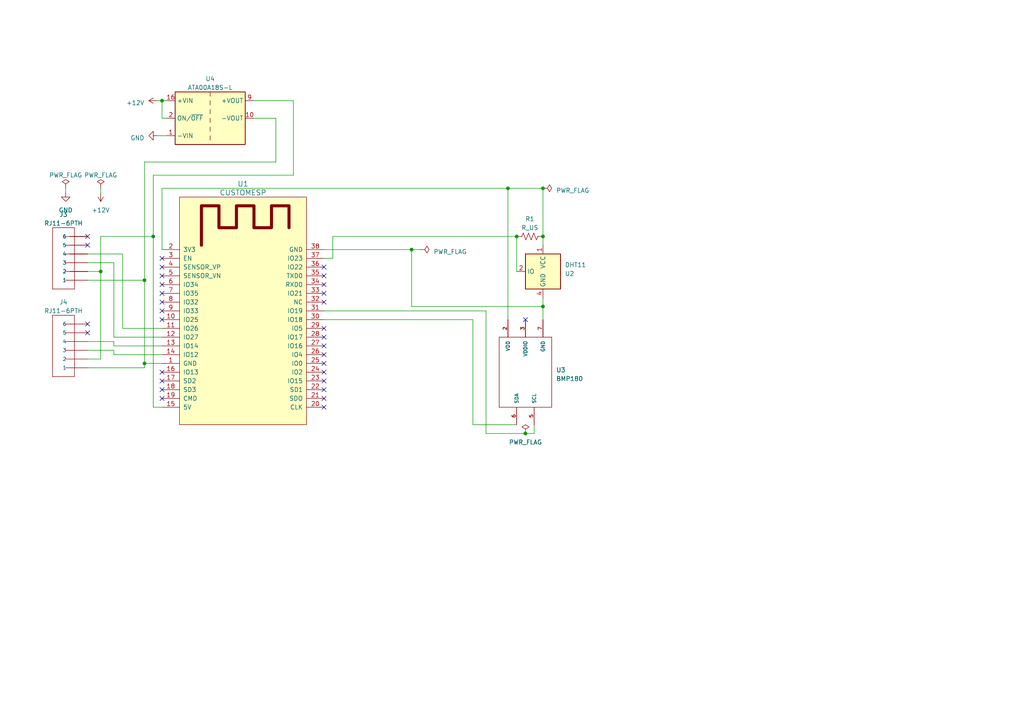
<source format=kicad_sch>
(kicad_sch (version 20230121) (generator eeschema)

  (uuid 09e8582c-67bd-4fb7-b796-8f76d84ae0c9)

  (paper "A4")

  (lib_symbols
    (symbol "Converter_DCDC:ATA00A18S-L" (in_bom yes) (on_board yes)
      (property "Reference" "U" (at 0 11.43 0)
        (effects (font (size 1.27 1.27)))
      )
      (property "Value" "ATA00A18S-L" (at 0 8.89 0)
        (effects (font (size 1.27 1.27)))
      )
      (property "Footprint" "Converter_DCDC:Converter_DCDC_Artesyn_ATA_SMD" (at 0 -8.89 0)
        (effects (font (size 1.27 1.27) italic) hide)
      )
      (property "Datasheet" "https://www.artesyn.com/power/assets/ata_series_ds_01apr2015_79c25814fd.pdf" (at 0 -11.43 0)
        (effects (font (size 1.27 1.27)) hide)
      )
      (property "ki_keywords" "DC/DC converter single" (at 0 0 0)
        (effects (font (size 1.27 1.27)) hide)
      )
      (property "ki_description" "Artesyn 3W Isolated DC/DC Converter Module, 5V Output Voltage, 9-36V Input Voltage" (at 0 0 0)
        (effects (font (size 1.27 1.27)) hide)
      )
      (property "ki_fp_filters" "*Artesyn*ATA*SMD*" (at 0 0 0)
        (effects (font (size 1.27 1.27)) hide)
      )
      (symbol "ATA00A18S-L_0_1"
        (rectangle (start -10.16 7.62) (end 10.16 -7.62)
          (stroke (width 0.254) (type default))
          (fill (type background))
        )
        (polyline
          (pts
            (xy 0 -5.08)
            (xy 0 -6.35)
          )
          (stroke (width 0) (type default))
          (fill (type none))
        )
        (polyline
          (pts
            (xy 0 -2.54)
            (xy 0 -3.81)
          )
          (stroke (width 0) (type default))
          (fill (type none))
        )
        (polyline
          (pts
            (xy 0 0)
            (xy 0 -1.27)
          )
          (stroke (width 0) (type default))
          (fill (type none))
        )
        (polyline
          (pts
            (xy 0 2.54)
            (xy 0 1.27)
          )
          (stroke (width 0) (type default))
          (fill (type none))
        )
        (polyline
          (pts
            (xy 0 5.08)
            (xy 0 3.81)
          )
          (stroke (width 0) (type default))
          (fill (type none))
        )
        (polyline
          (pts
            (xy 0 7.62)
            (xy 0 6.35)
          )
          (stroke (width 0) (type default))
          (fill (type none))
        )
      )
      (symbol "ATA00A18S-L_1_1"
        (pin power_in line (at -12.7 -5.08 0) (length 2.54)
          (name "-VIN" (effects (font (size 1.27 1.27))))
          (number "1" (effects (font (size 1.27 1.27))))
        )
        (pin power_out line (at 12.7 0 180) (length 2.54)
          (name "-VOUT" (effects (font (size 1.27 1.27))))
          (number "10" (effects (font (size 1.27 1.27))))
        )
        (pin power_in line (at -12.7 5.08 0) (length 2.54)
          (name "+VIN" (effects (font (size 1.27 1.27))))
          (number "16" (effects (font (size 1.27 1.27))))
        )
        (pin input line (at -12.7 0 0) (length 2.54)
          (name "ON/~{OFF}" (effects (font (size 1.27 1.27))))
          (number "2" (effects (font (size 1.27 1.27))))
        )
        (pin no_connect line (at 10.16 -2.54 180) (length 2.54) hide
          (name "NC" (effects (font (size 1.27 1.27))))
          (number "7" (effects (font (size 1.27 1.27))))
        )
        (pin no_connect line (at 10.16 -5.08 180) (length 2.54) hide
          (name "NC" (effects (font (size 1.27 1.27))))
          (number "8" (effects (font (size 1.27 1.27))))
        )
        (pin power_out line (at 12.7 5.08 180) (length 2.54)
          (name "+VOUT" (effects (font (size 1.27 1.27))))
          (number "9" (effects (font (size 1.27 1.27))))
        )
      )
    )
    (symbol "Device:R_US" (pin_numbers hide) (pin_names (offset 0)) (in_bom yes) (on_board yes)
      (property "Reference" "R" (at 2.54 0 90)
        (effects (font (size 1.27 1.27)))
      )
      (property "Value" "R_US" (at -2.54 0 90)
        (effects (font (size 1.27 1.27)))
      )
      (property "Footprint" "" (at 1.016 -0.254 90)
        (effects (font (size 1.27 1.27)) hide)
      )
      (property "Datasheet" "~" (at 0 0 0)
        (effects (font (size 1.27 1.27)) hide)
      )
      (property "ki_keywords" "R res resistor" (at 0 0 0)
        (effects (font (size 1.27 1.27)) hide)
      )
      (property "ki_description" "Resistor, US symbol" (at 0 0 0)
        (effects (font (size 1.27 1.27)) hide)
      )
      (property "ki_fp_filters" "R_*" (at 0 0 0)
        (effects (font (size 1.27 1.27)) hide)
      )
      (symbol "R_US_0_1"
        (polyline
          (pts
            (xy 0 -2.286)
            (xy 0 -2.54)
          )
          (stroke (width 0) (type default))
          (fill (type none))
        )
        (polyline
          (pts
            (xy 0 2.286)
            (xy 0 2.54)
          )
          (stroke (width 0) (type default))
          (fill (type none))
        )
        (polyline
          (pts
            (xy 0 -0.762)
            (xy 1.016 -1.143)
            (xy 0 -1.524)
            (xy -1.016 -1.905)
            (xy 0 -2.286)
          )
          (stroke (width 0) (type default))
          (fill (type none))
        )
        (polyline
          (pts
            (xy 0 0.762)
            (xy 1.016 0.381)
            (xy 0 0)
            (xy -1.016 -0.381)
            (xy 0 -0.762)
          )
          (stroke (width 0) (type default))
          (fill (type none))
        )
        (polyline
          (pts
            (xy 0 2.286)
            (xy 1.016 1.905)
            (xy 0 1.524)
            (xy -1.016 1.143)
            (xy 0 0.762)
          )
          (stroke (width 0) (type default))
          (fill (type none))
        )
      )
      (symbol "R_US_1_1"
        (pin passive line (at 0 3.81 270) (length 1.27)
          (name "~" (effects (font (size 1.27 1.27))))
          (number "1" (effects (font (size 1.27 1.27))))
        )
        (pin passive line (at 0 -3.81 90) (length 1.27)
          (name "~" (effects (font (size 1.27 1.27))))
          (number "2" (effects (font (size 1.27 1.27))))
        )
      )
    )
    (symbol "Sensor:DHT11" (in_bom yes) (on_board yes)
      (property "Reference" "U" (at -3.81 6.35 0)
        (effects (font (size 1.27 1.27)))
      )
      (property "Value" "DHT11" (at 3.81 6.35 0)
        (effects (font (size 1.27 1.27)))
      )
      (property "Footprint" "Sensor:Aosong_DHT11_5.5x12.0_P2.54mm" (at 0 -10.16 0)
        (effects (font (size 1.27 1.27)) hide)
      )
      (property "Datasheet" "http://akizukidenshi.com/download/ds/aosong/DHT11.pdf" (at 3.81 6.35 0)
        (effects (font (size 1.27 1.27)) hide)
      )
      (property "ki_keywords" "Digital temperature humidity sensor" (at 0 0 0)
        (effects (font (size 1.27 1.27)) hide)
      )
      (property "ki_description" "Temperature and humidity module" (at 0 0 0)
        (effects (font (size 1.27 1.27)) hide)
      )
      (property "ki_fp_filters" "Aosong*DHT11*5.5x12.0*P2.54mm*" (at 0 0 0)
        (effects (font (size 1.27 1.27)) hide)
      )
      (symbol "DHT11_0_1"
        (rectangle (start -5.08 5.08) (end 5.08 -5.08)
          (stroke (width 0.254) (type default))
          (fill (type background))
        )
      )
      (symbol "DHT11_1_1"
        (pin power_in line (at 0 7.62 270) (length 2.54)
          (name "VCC" (effects (font (size 1.27 1.27))))
          (number "1" (effects (font (size 1.27 1.27))))
        )
        (pin bidirectional line (at 7.62 0 180) (length 2.54)
          (name "IO" (effects (font (size 1.27 1.27))))
          (number "2" (effects (font (size 1.27 1.27))))
        )
        (pin no_connect line (at -5.08 0 0) (length 2.54) hide
          (name "NC" (effects (font (size 1.27 1.27))))
          (number "3" (effects (font (size 1.27 1.27))))
        )
        (pin power_in line (at 0 -7.62 90) (length 2.54)
          (name "GND" (effects (font (size 1.27 1.27))))
          (number "4" (effects (font (size 1.27 1.27))))
        )
      )
    )
    (symbol "connectori:RJ11-6PTH" (pin_numbers hide) (pin_names (offset 1.016)) (in_bom yes) (on_board yes)
      (property "Reference" "J" (at -5.08 10.922 0)
        (effects (font (size 1.27 1.27)) (justify left bottom))
      )
      (property "Value" "RJ11-6PTH" (at -5.08 -10.16 0)
        (effects (font (size 1.27 1.27)) (justify left bottom))
      )
      (property "Footprint" "RJ11-6" (at 0.762 3.81 0)
        (effects (font (size 0.508 0.508)) hide)
      )
      (property "Datasheet" "" (at 0 0 0)
        (effects (font (size 1.524 1.524)))
      )
      (property "ki_locked" "" (at 0 0 0)
        (effects (font (size 1.27 1.27)))
      )
      (property "ki_fp_filters" "*RJ11-6*" (at 0 0 0)
        (effects (font (size 1.27 1.27)) hide)
      )
      (symbol "RJ11-6PTH_1_0"
        (polyline
          (pts
            (xy -5.08 10.16)
            (xy -5.08 -7.62)
          )
          (stroke (width 0) (type solid))
          (fill (type none))
        )
        (polyline
          (pts
            (xy -5.08 10.16)
            (xy 1.27 10.16)
          )
          (stroke (width 0) (type solid))
          (fill (type none))
        )
        (polyline
          (pts
            (xy -1.27 -5.08)
            (xy 0 -5.08)
          )
          (stroke (width 0) (type solid))
          (fill (type none))
        )
        (polyline
          (pts
            (xy -1.27 -2.54)
            (xy 0 -2.54)
          )
          (stroke (width 0) (type solid))
          (fill (type none))
        )
        (polyline
          (pts
            (xy -1.27 0)
            (xy 0 0)
          )
          (stroke (width 0) (type solid))
          (fill (type none))
        )
        (polyline
          (pts
            (xy -1.27 2.54)
            (xy 0 2.54)
          )
          (stroke (width 0) (type solid))
          (fill (type none))
        )
        (polyline
          (pts
            (xy -1.27 5.08)
            (xy 0 5.08)
          )
          (stroke (width 0) (type solid))
          (fill (type none))
        )
        (polyline
          (pts
            (xy -1.27 7.62)
            (xy 0 7.62)
          )
          (stroke (width 0) (type solid))
          (fill (type none))
        )
        (polyline
          (pts
            (xy 1.27 -7.62)
            (xy -5.08 -7.62)
          )
          (stroke (width 0) (type solid))
          (fill (type none))
        )
        (polyline
          (pts
            (xy 1.27 -7.62)
            (xy 1.27 10.16)
          )
          (stroke (width 0) (type solid))
          (fill (type none))
        )
      )
      (symbol "RJ11-6PTH_1_1"
        (pin passive line (at 5.08 -5.08 180) (length 5.08)
          (name "1" (effects (font (size 1.016 1.016))))
          (number "1" (effects (font (size 1.016 1.016))))
        )
        (pin passive line (at 5.08 -2.54 180) (length 5.08)
          (name "2" (effects (font (size 1.016 1.016))))
          (number "2" (effects (font (size 1.016 1.016))))
        )
        (pin passive line (at 5.08 0 180) (length 5.08)
          (name "3" (effects (font (size 1.016 1.016))))
          (number "3" (effects (font (size 1.016 1.016))))
        )
        (pin passive line (at 5.08 2.54 180) (length 5.08)
          (name "4" (effects (font (size 1.016 1.016))))
          (number "4" (effects (font (size 1.016 1.016))))
        )
        (pin passive line (at 5.08 5.08 180) (length 5.08)
          (name "5" (effects (font (size 1.016 1.016))))
          (number "5" (effects (font (size 1.016 1.016))))
        )
        (pin passive line (at 5.08 7.62 180) (length 5.08)
          (name "6" (effects (font (size 1.016 1.016))))
          (number "6" (effects (font (size 1.016 1.016))))
        )
      )
    )
    (symbol "esp32s:CUSTOMESP" (pin_names (offset 1.016)) (in_bom yes) (on_board yes)
      (property "Reference" "U" (at -17.78 31.75 0)
        (effects (font (size 1.524 1.524)))
      )
      (property "Value" "CUSTOMESP" (at 12.7 31.75 0)
        (effects (font (size 1.524 1.524)))
      )
      (property "Footprint" "ESP32-footprints-Lib:ESP32-WROOM" (at 8.89 34.29 0)
        (effects (font (size 1.524 1.524)) hide)
      )
      (property "Datasheet" "" (at -11.43 11.43 0)
        (effects (font (size 1.524 1.524)) hide)
      )
      (symbol "CUSTOMESP_0_1"
        (rectangle (start -19.05 30.48) (end 17.78 -35.56)
          (stroke (width 0) (type solid))
          (fill (type background))
        )
        (polyline
          (pts
            (xy -12.7 16.51)
            (xy -12.7 27.94)
            (xy -7.62 27.94)
            (xy -7.62 21.59)
            (xy -2.54 21.59)
            (xy -2.54 27.94)
            (xy 2.54 27.94)
            (xy 2.54 21.59)
            (xy 7.62 21.59)
            (xy 7.62 27.94)
            (xy 12.7 27.94)
            (xy 12.7 21.59)
          )
          (stroke (width 0.889) (type solid))
          (fill (type none))
        )
      )
      (symbol "CUSTOMESP_1_1"
        (pin input line (at -24.13 -17.78 0) (length 5.08)
          (name "GND" (effects (font (size 1.27 1.27))))
          (number "1" (effects (font (size 1.27 1.27))))
        )
        (pin input line (at -24.13 -5.08 0) (length 5.08)
          (name "IO25" (effects (font (size 1.27 1.27))))
          (number "10" (effects (font (size 1.27 1.27))))
        )
        (pin input line (at -24.13 -7.62 0) (length 5.08)
          (name "IO26" (effects (font (size 1.27 1.27))))
          (number "11" (effects (font (size 1.27 1.27))))
        )
        (pin input line (at -24.13 -10.16 0) (length 5.08)
          (name "IO27" (effects (font (size 1.27 1.27))))
          (number "12" (effects (font (size 1.27 1.27))))
        )
        (pin input line (at -24.13 -12.7 0) (length 5.08)
          (name "IO14" (effects (font (size 1.27 1.27))))
          (number "13" (effects (font (size 1.27 1.27))))
        )
        (pin input line (at -24.13 -15.24 0) (length 5.08)
          (name "IO12" (effects (font (size 1.27 1.27))))
          (number "14" (effects (font (size 1.27 1.27))))
        )
        (pin input line (at -24.13 -30.48 0) (length 5.08)
          (name "5V" (effects (font (size 1.27 1.27))))
          (number "15" (effects (font (size 1.27 1.27))))
        )
        (pin input line (at -24.13 -20.32 0) (length 5.08)
          (name "IO13" (effects (font (size 1.27 1.27))))
          (number "16" (effects (font (size 1.27 1.27))))
        )
        (pin input line (at -24.13 -22.86 0) (length 5.08)
          (name "SD2" (effects (font (size 1.27 1.27))))
          (number "17" (effects (font (size 1.27 1.27))))
        )
        (pin input line (at -24.13 -25.4 0) (length 5.08)
          (name "SD3" (effects (font (size 1.27 1.27))))
          (number "18" (effects (font (size 1.27 1.27))))
        )
        (pin input line (at -24.13 -27.94 0) (length 5.08)
          (name "CMD" (effects (font (size 1.27 1.27))))
          (number "19" (effects (font (size 1.27 1.27))))
        )
        (pin input line (at -24.13 15.24 0) (length 5.08)
          (name "3V3" (effects (font (size 1.27 1.27))))
          (number "2" (effects (font (size 1.27 1.27))))
        )
        (pin input line (at 22.86 -30.48 180) (length 5.08)
          (name "CLK" (effects (font (size 1.27 1.27))))
          (number "20" (effects (font (size 1.27 1.27))))
        )
        (pin input line (at 22.86 -27.94 180) (length 5.08)
          (name "SDO" (effects (font (size 1.27 1.27))))
          (number "21" (effects (font (size 1.27 1.27))))
        )
        (pin input line (at 22.86 -25.4 180) (length 5.08)
          (name "SD1" (effects (font (size 1.27 1.27))))
          (number "22" (effects (font (size 1.27 1.27))))
        )
        (pin input line (at 22.86 -22.86 180) (length 5.08)
          (name "IO15" (effects (font (size 1.27 1.27))))
          (number "23" (effects (font (size 1.27 1.27))))
        )
        (pin input line (at 22.86 -20.32 180) (length 5.08)
          (name "IO2" (effects (font (size 1.27 1.27))))
          (number "24" (effects (font (size 1.27 1.27))))
        )
        (pin input line (at 22.86 -17.78 180) (length 5.08)
          (name "IO0" (effects (font (size 1.27 1.27))))
          (number "25" (effects (font (size 1.27 1.27))))
        )
        (pin input line (at 22.86 -15.24 180) (length 5.08)
          (name "IO4" (effects (font (size 1.27 1.27))))
          (number "26" (effects (font (size 1.27 1.27))))
        )
        (pin input line (at 22.86 -12.7 180) (length 5.08)
          (name "IO16" (effects (font (size 1.27 1.27))))
          (number "27" (effects (font (size 1.27 1.27))))
        )
        (pin input line (at 22.86 -10.16 180) (length 5.08)
          (name "IO17" (effects (font (size 1.27 1.27))))
          (number "28" (effects (font (size 1.27 1.27))))
        )
        (pin input line (at 22.86 -7.62 180) (length 5.08)
          (name "IO5" (effects (font (size 1.27 1.27))))
          (number "29" (effects (font (size 1.27 1.27))))
        )
        (pin input line (at -24.13 12.7 0) (length 5.08)
          (name "EN" (effects (font (size 1.27 1.27))))
          (number "3" (effects (font (size 1.27 1.27))))
        )
        (pin input line (at 22.86 -5.08 180) (length 5.08)
          (name "IO18" (effects (font (size 1.27 1.27))))
          (number "30" (effects (font (size 1.27 1.27))))
        )
        (pin input line (at 22.86 -2.54 180) (length 5.08)
          (name "IO19" (effects (font (size 1.27 1.27))))
          (number "31" (effects (font (size 1.27 1.27))))
        )
        (pin input line (at 22.86 0 180) (length 5.08)
          (name "NC" (effects (font (size 1.27 1.27))))
          (number "32" (effects (font (size 1.27 1.27))))
        )
        (pin input line (at 22.86 2.54 180) (length 5.08)
          (name "IO21" (effects (font (size 1.27 1.27))))
          (number "33" (effects (font (size 1.27 1.27))))
        )
        (pin input line (at 22.86 5.08 180) (length 5.08)
          (name "RXD0" (effects (font (size 1.27 1.27))))
          (number "34" (effects (font (size 1.27 1.27))))
        )
        (pin input line (at 22.86 7.62 180) (length 5.08)
          (name "TXD0" (effects (font (size 1.27 1.27))))
          (number "35" (effects (font (size 1.27 1.27))))
        )
        (pin input line (at 22.86 10.16 180) (length 5.08)
          (name "IO22" (effects (font (size 1.27 1.27))))
          (number "36" (effects (font (size 1.27 1.27))))
        )
        (pin input line (at 22.86 12.7 180) (length 5.08)
          (name "IO23" (effects (font (size 1.27 1.27))))
          (number "37" (effects (font (size 1.27 1.27))))
        )
        (pin input line (at 22.86 15.24 180) (length 5.08)
          (name "GND" (effects (font (size 1.27 1.27))))
          (number "38" (effects (font (size 1.27 1.27))))
        )
        (pin input line (at -24.13 10.16 0) (length 5.08)
          (name "SENSOR_VP" (effects (font (size 1.27 1.27))))
          (number "4" (effects (font (size 1.27 1.27))))
        )
        (pin input line (at -24.13 7.62 0) (length 5.08)
          (name "SENSOR_VN" (effects (font (size 1.27 1.27))))
          (number "5" (effects (font (size 1.27 1.27))))
        )
        (pin input line (at -24.13 5.08 0) (length 5.08)
          (name "IO34" (effects (font (size 1.27 1.27))))
          (number "6" (effects (font (size 1.27 1.27))))
        )
        (pin input line (at -24.13 2.54 0) (length 5.08)
          (name "IO35" (effects (font (size 1.27 1.27))))
          (number "7" (effects (font (size 1.27 1.27))))
        )
        (pin input line (at -24.13 0 0) (length 5.08)
          (name "IO32" (effects (font (size 1.27 1.27))))
          (number "8" (effects (font (size 1.27 1.27))))
        )
        (pin input line (at -24.13 -2.54 0) (length 5.08)
          (name "IO33" (effects (font (size 1.27 1.27))))
          (number "9" (effects (font (size 1.27 1.27))))
        )
      )
    )
    (symbol "power:+12V" (power) (pin_names (offset 0)) (in_bom yes) (on_board yes)
      (property "Reference" "#PWR" (at 0 -3.81 0)
        (effects (font (size 1.27 1.27)) hide)
      )
      (property "Value" "+12V" (at 0 3.556 0)
        (effects (font (size 1.27 1.27)))
      )
      (property "Footprint" "" (at 0 0 0)
        (effects (font (size 1.27 1.27)) hide)
      )
      (property "Datasheet" "" (at 0 0 0)
        (effects (font (size 1.27 1.27)) hide)
      )
      (property "ki_keywords" "global power" (at 0 0 0)
        (effects (font (size 1.27 1.27)) hide)
      )
      (property "ki_description" "Power symbol creates a global label with name \"+12V\"" (at 0 0 0)
        (effects (font (size 1.27 1.27)) hide)
      )
      (symbol "+12V_0_1"
        (polyline
          (pts
            (xy -0.762 1.27)
            (xy 0 2.54)
          )
          (stroke (width 0) (type default))
          (fill (type none))
        )
        (polyline
          (pts
            (xy 0 0)
            (xy 0 2.54)
          )
          (stroke (width 0) (type default))
          (fill (type none))
        )
        (polyline
          (pts
            (xy 0 2.54)
            (xy 0.762 1.27)
          )
          (stroke (width 0) (type default))
          (fill (type none))
        )
      )
      (symbol "+12V_1_1"
        (pin power_in line (at 0 0 90) (length 0) hide
          (name "+12V" (effects (font (size 1.27 1.27))))
          (number "1" (effects (font (size 1.27 1.27))))
        )
      )
    )
    (symbol "power:GND" (power) (pin_names (offset 0)) (in_bom yes) (on_board yes)
      (property "Reference" "#PWR" (at 0 -6.35 0)
        (effects (font (size 1.27 1.27)) hide)
      )
      (property "Value" "GND" (at 0 -3.81 0)
        (effects (font (size 1.27 1.27)))
      )
      (property "Footprint" "" (at 0 0 0)
        (effects (font (size 1.27 1.27)) hide)
      )
      (property "Datasheet" "" (at 0 0 0)
        (effects (font (size 1.27 1.27)) hide)
      )
      (property "ki_keywords" "global power" (at 0 0 0)
        (effects (font (size 1.27 1.27)) hide)
      )
      (property "ki_description" "Power symbol creates a global label with name \"GND\" , ground" (at 0 0 0)
        (effects (font (size 1.27 1.27)) hide)
      )
      (symbol "GND_0_1"
        (polyline
          (pts
            (xy 0 0)
            (xy 0 -1.27)
            (xy 1.27 -1.27)
            (xy 0 -2.54)
            (xy -1.27 -1.27)
            (xy 0 -1.27)
          )
          (stroke (width 0) (type default))
          (fill (type none))
        )
      )
      (symbol "GND_1_1"
        (pin power_in line (at 0 0 270) (length 0) hide
          (name "GND" (effects (font (size 1.27 1.27))))
          (number "1" (effects (font (size 1.27 1.27))))
        )
      )
    )
    (symbol "power:PWR_FLAG" (power) (pin_numbers hide) (pin_names (offset 0) hide) (in_bom yes) (on_board yes)
      (property "Reference" "#FLG" (at 0 1.905 0)
        (effects (font (size 1.27 1.27)) hide)
      )
      (property "Value" "PWR_FLAG" (at 0 3.81 0)
        (effects (font (size 1.27 1.27)))
      )
      (property "Footprint" "" (at 0 0 0)
        (effects (font (size 1.27 1.27)) hide)
      )
      (property "Datasheet" "~" (at 0 0 0)
        (effects (font (size 1.27 1.27)) hide)
      )
      (property "ki_keywords" "flag power" (at 0 0 0)
        (effects (font (size 1.27 1.27)) hide)
      )
      (property "ki_description" "Special symbol for telling ERC where power comes from" (at 0 0 0)
        (effects (font (size 1.27 1.27)) hide)
      )
      (symbol "PWR_FLAG_0_0"
        (pin power_out line (at 0 0 90) (length 0)
          (name "pwr" (effects (font (size 1.27 1.27))))
          (number "1" (effects (font (size 1.27 1.27))))
        )
      )
      (symbol "PWR_FLAG_0_1"
        (polyline
          (pts
            (xy 0 0)
            (xy 0 1.27)
            (xy -1.016 1.905)
            (xy 0 2.54)
            (xy 1.016 1.905)
            (xy 0 1.27)
          )
          (stroke (width 0) (type default))
          (fill (type none))
        )
      )
    )
    (symbol "sensors:BMP180" (pin_names (offset 1.016)) (in_bom yes) (on_board yes)
      (property "Reference" "U" (at -10.16 8.255 0)
        (effects (font (size 1.27 1.27)) (justify left bottom))
      )
      (property "Value" "BMP180" (at -10.16 -10.16 0)
        (effects (font (size 1.27 1.27)) (justify left bottom))
      )
      (property "Footprint" "BMP180" (at 0.762 3.81 0)
        (effects (font (size 0.508 0.508)) hide)
      )
      (property "Datasheet" "" (at 0 0 0)
        (effects (font (size 1.27 1.27)) hide)
      )
      (property "ki_locked" "" (at 0 0 0)
        (effects (font (size 1.27 1.27)))
      )
      (property "ki_fp_filters" "*BMP180*" (at 0 0 0)
        (effects (font (size 1.27 1.27)) hide)
      )
      (symbol "BMP180_1_0"
        (polyline
          (pts
            (xy -10.16 -7.62)
            (xy 10.16 -7.62)
          )
          (stroke (width 0) (type solid))
          (fill (type none))
        )
        (polyline
          (pts
            (xy -10.16 7.62)
            (xy -10.16 -7.62)
          )
          (stroke (width 0) (type solid))
          (fill (type none))
        )
        (polyline
          (pts
            (xy 10.16 -7.62)
            (xy 10.16 7.62)
          )
          (stroke (width 0) (type solid))
          (fill (type none))
        )
        (polyline
          (pts
            (xy 10.16 7.62)
            (xy -10.16 7.62)
          )
          (stroke (width 0) (type solid))
          (fill (type none))
        )
      )
      (symbol "BMP180_1_1"
        (pin power_in line (at 15.24 5.08 180) (length 5.08)
          (name "VDD" (effects (font (size 1.016 1.016))))
          (number "2" (effects (font (size 1.016 1.016))))
        )
        (pin power_in line (at 15.24 0 180) (length 5.08)
          (name "VDDIO" (effects (font (size 1.016 1.016))))
          (number "3" (effects (font (size 1.016 1.016))))
        )
        (pin input line (at -15.24 -2.54 0) (length 5.08)
          (name "SCL" (effects (font (size 1.016 1.016))))
          (number "5" (effects (font (size 1.016 1.016))))
        )
        (pin bidirectional line (at -15.24 2.54 0) (length 5.08)
          (name "SDA" (effects (font (size 1.016 1.016))))
          (number "6" (effects (font (size 1.016 1.016))))
        )
        (pin power_in line (at 15.24 -5.08 180) (length 5.08)
          (name "GND" (effects (font (size 1.016 1.016))))
          (number "7" (effects (font (size 1.016 1.016))))
        )
      )
    )
  )


  (junction (at 41.91 81.28) (diameter 0) (color 0 0 0 0)
    (uuid 03abe47f-227f-4b65-af01-8d5fe376650b)
  )
  (junction (at 152.4 125.73) (diameter 0) (color 0 0 0 0)
    (uuid 1d234ce8-1d27-4d5a-978c-82443d010610)
  )
  (junction (at 157.48 88.9) (diameter 0) (color 0 0 0 0)
    (uuid 4acce0f0-e76f-4d87-a04b-71d47b4350d4)
  )
  (junction (at 147.32 54.61) (diameter 0) (color 0 0 0 0)
    (uuid 52e3dbe5-5f4f-4dc0-8b48-9a3490d0a13e)
  )
  (junction (at 41.91 105.41) (diameter 0) (color 0 0 0 0)
    (uuid 6713dfd6-9eaa-432d-ad35-ddbf6b8a5289)
  )
  (junction (at 149.86 68.58) (diameter 0) (color 0 0 0 0)
    (uuid 8dec0942-dc7b-4cfa-9d99-f61f308550cc)
  )
  (junction (at 46.99 29.21) (diameter 0) (color 0 0 0 0)
    (uuid a705eb38-c9b6-4cf7-a32a-2efcdfa5796e)
  )
  (junction (at 157.48 54.61) (diameter 0) (color 0 0 0 0)
    (uuid c2571596-1626-446d-99d1-9346f0c78f35)
  )
  (junction (at 157.48 68.58) (diameter 0) (color 0 0 0 0)
    (uuid cffd5e87-c74c-434e-81a9-c13267551a4d)
  )
  (junction (at 119.38 72.39) (diameter 0) (color 0 0 0 0)
    (uuid d098ba5a-f22f-4c96-8d7f-40eaff6c110d)
  )
  (junction (at 29.21 78.74) (diameter 0) (color 0 0 0 0)
    (uuid d4008b78-5949-46a7-beb2-0a937f00a917)
  )
  (junction (at 44.45 68.58) (diameter 0) (color 0 0 0 0)
    (uuid dadb6907-88b1-4aad-9f70-2fa5d921dfe8)
  )

  (no_connect (at 93.98 97.79) (uuid 0324c798-e8e3-4a9b-be64-1bbbb3a81c4d))
  (no_connect (at 25.4 93.98) (uuid 03340ecf-2440-4a6e-8e78-3ab4e99a98ec))
  (no_connect (at 25.4 96.52) (uuid 0a2f8cc0-5317-4d80-8a32-8a1bee5c2851))
  (no_connect (at 93.98 87.63) (uuid 0e2cfd1d-d982-46ef-9026-b13518af03c8))
  (no_connect (at 46.99 92.71) (uuid 0ec7acb8-9662-4cc6-8568-11b922a282d0))
  (no_connect (at 93.98 102.87) (uuid 15694a23-668f-40bf-830d-06f833f8acbe))
  (no_connect (at 93.98 118.11) (uuid 2d1ca794-1fbe-42ec-aa15-7d619ac94fb5))
  (no_connect (at 93.98 113.03) (uuid 36744de3-b821-487c-9fb0-fc87567b1c3b))
  (no_connect (at 46.99 110.49) (uuid 3c05b1bb-99d5-4b4a-85fb-4ed3a4cef0ab))
  (no_connect (at 46.99 90.17) (uuid 3ff1e01e-5c5d-4a6c-9ca4-56cd8a32b984))
  (no_connect (at 93.98 80.01) (uuid 547bf4c5-e43b-4799-8f57-1c4422935627))
  (no_connect (at 93.98 107.95) (uuid 67d7db39-6a55-4092-bdea-a9a9ccb42129))
  (no_connect (at 93.98 85.09) (uuid 6ac1aa9b-cd7f-4a55-abba-e839a50b14e3))
  (no_connect (at 25.4 68.58) (uuid 7891a7b2-0fb3-498e-8f72-5b1fff9bd1e9))
  (no_connect (at 93.98 77.47) (uuid 829a6ecd-660c-47c1-9fcb-d3cefa5761f7))
  (no_connect (at 93.98 105.41) (uuid 88680117-2959-49ab-88cf-e6a810ff7af0))
  (no_connect (at 46.99 80.01) (uuid 95250929-3ee6-4cd1-95fe-7cf2eb89497e))
  (no_connect (at 93.98 95.25) (uuid a843a2b5-2a81-46c9-bc63-411eebbfa2cc))
  (no_connect (at 46.99 107.95) (uuid a99ff9b1-7e67-417e-82d6-f5af037728ac))
  (no_connect (at 46.99 115.57) (uuid b753e93b-4450-4e06-8bf1-51e83a0c1373))
  (no_connect (at 25.4 71.12) (uuid b9437980-221a-49d4-9188-91c42f439be8))
  (no_connect (at 93.98 110.49) (uuid bcc138af-8f7b-436f-a419-3ffaffd767f3))
  (no_connect (at 46.99 74.93) (uuid c2069fb8-e119-4ddf-a298-332055280f65))
  (no_connect (at 93.98 100.33) (uuid c5f59cdf-95b3-4bcb-93a4-0bcd2f7c0036))
  (no_connect (at 152.4 92.71) (uuid caa8005b-4216-485a-8a17-f63fe003364d))
  (no_connect (at 93.98 115.57) (uuid cafd451b-72ea-4056-a1a0-181880b53824))
  (no_connect (at 46.99 113.03) (uuid cdf4e377-c34c-4116-8d16-3d7b0fd054a2))
  (no_connect (at 46.99 82.55) (uuid cf8ef26a-5dd9-40d7-bbfd-2066d1bf5912))
  (no_connect (at 46.99 77.47) (uuid dc18164c-19c6-4ee5-9822-69fbab44ce59))
  (no_connect (at 93.98 82.55) (uuid e3a5dfce-cec7-4084-8ca4-c753cbde6b2f))
  (no_connect (at 46.99 85.09) (uuid eb57c3c0-87c7-400f-9692-44824fc89a14))
  (no_connect (at 46.99 87.63) (uuid f1fcdd60-e63b-4e39-8e94-387a60259b03))

  (wire (pts (xy 157.48 54.61) (xy 157.48 68.58))
    (stroke (width 0) (type default))
    (uuid 04d6cb8c-9c8f-499f-a477-b409360011cf)
  )
  (wire (pts (xy 33.02 76.2) (xy 33.02 97.79))
    (stroke (width 0) (type default))
    (uuid 095e9bb2-3b89-4bb7-bda9-1641d5a2b1c2)
  )
  (wire (pts (xy 25.4 106.68) (xy 41.91 106.68))
    (stroke (width 0) (type default))
    (uuid 10576e92-8d4a-4d27-9c02-9a293a963ac1)
  )
  (wire (pts (xy 46.99 34.29) (xy 48.26 34.29))
    (stroke (width 0) (type default))
    (uuid 135bc479-efc7-4ce9-9360-a9e714c72eb8)
  )
  (wire (pts (xy 157.48 68.58) (xy 157.48 71.12))
    (stroke (width 0) (type default))
    (uuid 14072292-0467-4a47-9de9-d5ff4b9519cc)
  )
  (wire (pts (xy 29.21 68.58) (xy 44.45 68.58))
    (stroke (width 0) (type default))
    (uuid 15f63b32-fd2c-4f81-8c18-34e7e589ffd7)
  )
  (wire (pts (xy 154.94 123.19) (xy 154.94 125.73))
    (stroke (width 0) (type default))
    (uuid 1db4d695-267f-44cc-8f36-d7e4699506eb)
  )
  (wire (pts (xy 157.48 88.9) (xy 157.48 86.36))
    (stroke (width 0) (type default))
    (uuid 204307bf-eb9d-42b9-9feb-11f9fe630304)
  )
  (wire (pts (xy 93.98 72.39) (xy 119.38 72.39))
    (stroke (width 0) (type default))
    (uuid 21edfeba-1a2d-43aa-b753-dfedf8c2aedf)
  )
  (wire (pts (xy 147.32 54.61) (xy 157.48 54.61))
    (stroke (width 0) (type default))
    (uuid 23fd90c9-62a4-4dc8-bc70-898876270ec5)
  )
  (wire (pts (xy 25.4 76.2) (xy 33.02 76.2))
    (stroke (width 0) (type default))
    (uuid 24e3ac5d-245c-4bcf-afe2-8ed857b03b23)
  )
  (wire (pts (xy 119.38 72.39) (xy 119.38 88.9))
    (stroke (width 0) (type default))
    (uuid 27edbcb3-86d7-468a-861f-bb92328e4a91)
  )
  (wire (pts (xy 44.45 50.8) (xy 44.45 68.58))
    (stroke (width 0) (type default))
    (uuid 29d1a84f-b150-4f51-8023-f355abcf606d)
  )
  (wire (pts (xy 149.86 68.58) (xy 96.52 68.58))
    (stroke (width 0) (type default))
    (uuid 34bb3e71-da3e-46f4-8fd1-9cab9db3add7)
  )
  (wire (pts (xy 41.91 46.99) (xy 41.91 81.28))
    (stroke (width 0) (type default))
    (uuid 368e0369-dc95-4512-80f7-b80ae5e72eeb)
  )
  (wire (pts (xy 25.4 101.6) (xy 33.02 101.6))
    (stroke (width 0) (type default))
    (uuid 3c2aa9f0-d9aa-44dd-93f4-66fc1129ebed)
  )
  (wire (pts (xy 119.38 72.39) (xy 121.92 72.39))
    (stroke (width 0) (type default))
    (uuid 453fc9b5-1a39-453a-880d-e47046442ae8)
  )
  (wire (pts (xy 46.99 29.21) (xy 45.72 29.21))
    (stroke (width 0) (type default))
    (uuid 462acf35-a68e-40cf-b0aa-0b24caae6887)
  )
  (wire (pts (xy 96.52 68.58) (xy 96.52 74.93))
    (stroke (width 0) (type default))
    (uuid 56c3eb18-758a-4147-be59-36e65c303c08)
  )
  (wire (pts (xy 35.56 73.66) (xy 35.56 95.25))
    (stroke (width 0) (type default))
    (uuid 647934b4-477a-4d3a-89c2-05db213bf3a3)
  )
  (wire (pts (xy 33.02 101.6) (xy 33.02 102.87))
    (stroke (width 0) (type default))
    (uuid 6feaab8a-4038-49a5-8f95-7c49bb4d6091)
  )
  (wire (pts (xy 46.99 29.21) (xy 46.99 34.29))
    (stroke (width 0) (type default))
    (uuid 79c2e9ea-bf96-4d82-b903-2c5e81fc2ebb)
  )
  (wire (pts (xy 33.02 97.79) (xy 46.99 97.79))
    (stroke (width 0) (type default))
    (uuid 79e16a09-4baa-4d9f-8ab5-1a04b17d0e38)
  )
  (wire (pts (xy 140.97 125.73) (xy 140.97 90.17))
    (stroke (width 0) (type default))
    (uuid 86a92970-098a-48ed-ba66-07f15d6697fc)
  )
  (wire (pts (xy 137.16 92.71) (xy 93.98 92.71))
    (stroke (width 0) (type default))
    (uuid 8768f9dd-98a3-4d01-87ee-8afde9f6ce3e)
  )
  (wire (pts (xy 154.94 125.73) (xy 152.4 125.73))
    (stroke (width 0) (type default))
    (uuid 8d6aed26-53f7-47f3-85b4-e7fbef8b2196)
  )
  (wire (pts (xy 29.21 104.14) (xy 25.4 104.14))
    (stroke (width 0) (type default))
    (uuid 8fff9dfa-6581-425b-b946-5561c396510e)
  )
  (wire (pts (xy 85.09 29.21) (xy 85.09 50.8))
    (stroke (width 0) (type default))
    (uuid 915d2933-7987-4ba4-bdd7-1fd034d24f32)
  )
  (wire (pts (xy 41.91 105.41) (xy 46.99 105.41))
    (stroke (width 0) (type default))
    (uuid 95343c5e-a195-433c-9989-5f8627379a29)
  )
  (wire (pts (xy 33.02 99.06) (xy 33.02 100.33))
    (stroke (width 0) (type default))
    (uuid 96e2646b-a714-404f-b757-ad8bd1e0edc7)
  )
  (wire (pts (xy 119.38 88.9) (xy 157.48 88.9))
    (stroke (width 0) (type default))
    (uuid a07db038-7839-48e1-8a17-9cfed0f79a32)
  )
  (wire (pts (xy 48.26 29.21) (xy 46.99 29.21))
    (stroke (width 0) (type default))
    (uuid a40112af-6bd8-4ef6-964b-4d81f0c5ddfb)
  )
  (wire (pts (xy 45.72 39.37) (xy 48.26 39.37))
    (stroke (width 0) (type default))
    (uuid acd0a8ef-97ee-425c-9df6-82c483243ed8)
  )
  (wire (pts (xy 25.4 73.66) (xy 35.56 73.66))
    (stroke (width 0) (type default))
    (uuid aeb053db-96d2-489b-8c6f-4868281b38cf)
  )
  (wire (pts (xy 44.45 50.8) (xy 85.09 50.8))
    (stroke (width 0) (type default))
    (uuid b0dd2850-abe2-4456-a651-11699cd5d60f)
  )
  (wire (pts (xy 25.4 81.28) (xy 41.91 81.28))
    (stroke (width 0) (type default))
    (uuid b5458466-978f-438b-a382-72a8717bc94e)
  )
  (wire (pts (xy 80.01 34.29) (xy 73.66 34.29))
    (stroke (width 0) (type default))
    (uuid c01a9d89-6149-4a62-9557-671f75053ece)
  )
  (wire (pts (xy 29.21 68.58) (xy 29.21 78.74))
    (stroke (width 0) (type default))
    (uuid c01f10f9-4ce6-4188-9cda-5e1b57d74cb5)
  )
  (wire (pts (xy 19.05 54.61) (xy 19.05 55.88))
    (stroke (width 0) (type default))
    (uuid c143acf0-77d4-4213-b1f8-7d226a695c25)
  )
  (wire (pts (xy 29.21 78.74) (xy 29.21 104.14))
    (stroke (width 0) (type default))
    (uuid cc7f4e60-1b7c-44b5-a293-69eaa2007945)
  )
  (wire (pts (xy 46.99 54.61) (xy 147.32 54.61))
    (stroke (width 0) (type default))
    (uuid ce2c8cae-29ec-4dd7-8cca-d16ef2cd7a15)
  )
  (wire (pts (xy 140.97 90.17) (xy 93.98 90.17))
    (stroke (width 0) (type default))
    (uuid d102b933-3dff-4559-8d03-dc0c261bdb51)
  )
  (wire (pts (xy 46.99 54.61) (xy 46.99 72.39))
    (stroke (width 0) (type default))
    (uuid d13241ae-554f-41f3-9452-0353ece3cec3)
  )
  (wire (pts (xy 149.86 68.58) (xy 149.86 78.74))
    (stroke (width 0) (type default))
    (uuid d22f6687-7442-4f6e-8bdf-16f9e41df0c7)
  )
  (wire (pts (xy 80.01 46.99) (xy 41.91 46.99))
    (stroke (width 0) (type default))
    (uuid d3908c78-30f2-46de-b24a-0736c69794b7)
  )
  (wire (pts (xy 157.48 88.9) (xy 157.48 92.71))
    (stroke (width 0) (type default))
    (uuid d773e5de-fba3-4247-b11c-d2c57f7b5587)
  )
  (wire (pts (xy 80.01 34.29) (xy 80.01 46.99))
    (stroke (width 0) (type default))
    (uuid dc008c55-5959-4ba7-8a46-31a1d8160b08)
  )
  (wire (pts (xy 33.02 102.87) (xy 46.99 102.87))
    (stroke (width 0) (type default))
    (uuid dd719360-bfea-4809-879b-6220dfff8e4c)
  )
  (wire (pts (xy 44.45 68.58) (xy 44.45 118.11))
    (stroke (width 0) (type default))
    (uuid e1907171-74ac-4a57-9681-1f90b0942f7f)
  )
  (wire (pts (xy 25.4 99.06) (xy 33.02 99.06))
    (stroke (width 0) (type default))
    (uuid e3ad0d78-20b7-4ff8-8386-018b9abc760e)
  )
  (wire (pts (xy 96.52 74.93) (xy 93.98 74.93))
    (stroke (width 0) (type default))
    (uuid e4bfb959-0880-4e1a-8107-19429e862efe)
  )
  (wire (pts (xy 33.02 100.33) (xy 46.99 100.33))
    (stroke (width 0) (type default))
    (uuid e61ec15e-58c3-45b0-bd77-7cf0f1bf9409)
  )
  (wire (pts (xy 73.66 29.21) (xy 85.09 29.21))
    (stroke (width 0) (type default))
    (uuid e7224cf0-e2a0-47d7-bad1-5c17ab9fd6eb)
  )
  (wire (pts (xy 140.97 125.73) (xy 152.4 125.73))
    (stroke (width 0) (type default))
    (uuid e777a5d4-a15e-40c5-9ace-11c35309e532)
  )
  (wire (pts (xy 25.4 78.74) (xy 29.21 78.74))
    (stroke (width 0) (type default))
    (uuid e7e5fb22-23c7-48fb-a5b4-31a41f273c05)
  )
  (wire (pts (xy 137.16 123.19) (xy 137.16 92.71))
    (stroke (width 0) (type default))
    (uuid eea2142f-1791-4c68-90e3-df62be87fc94)
  )
  (wire (pts (xy 44.45 118.11) (xy 46.99 118.11))
    (stroke (width 0) (type default))
    (uuid f126ae1d-416e-46d7-bc01-2e86053af6be)
  )
  (wire (pts (xy 149.86 123.19) (xy 137.16 123.19))
    (stroke (width 0) (type default))
    (uuid f265220f-a56b-4867-ade5-e6d0cd407328)
  )
  (wire (pts (xy 41.91 106.68) (xy 41.91 105.41))
    (stroke (width 0) (type default))
    (uuid f279867f-890c-49e0-bff5-6a6c44e04660)
  )
  (wire (pts (xy 41.91 81.28) (xy 41.91 105.41))
    (stroke (width 0) (type default))
    (uuid f43db339-8fa0-4586-8175-69ce77a311c8)
  )
  (wire (pts (xy 35.56 95.25) (xy 46.99 95.25))
    (stroke (width 0) (type default))
    (uuid f8694841-da6d-46da-8014-e4a3a7cb5576)
  )
  (wire (pts (xy 29.21 54.61) (xy 29.21 55.88))
    (stroke (width 0) (type default))
    (uuid f93e4315-16ba-4da7-9c84-3be440e2ccc4)
  )
  (wire (pts (xy 147.32 54.61) (xy 147.32 92.71))
    (stroke (width 0) (type default))
    (uuid fe4785f7-4622-41f8-9dd1-197ea74448ee)
  )

  (symbol (lib_id "Converter_DCDC:ATA00A18S-L") (at 60.96 34.29 0) (unit 1)
    (in_bom yes) (on_board yes) (dnp no) (fields_autoplaced)
    (uuid 2a1e85d0-8b5b-4f7c-ac2d-123e7ba0efdc)
    (property "Reference" "U4" (at 60.96 22.86 0)
      (effects (font (size 1.27 1.27)))
    )
    (property "Value" "ATA00A18S-L" (at 60.96 25.4 0)
      (effects (font (size 1.27 1.27)))
    )
    (property "Footprint" "Converter_DCDC:Converter_DCDC_Artesyn_ATA_SMD" (at 60.96 43.18 0)
      (effects (font (size 1.27 1.27) italic) hide)
    )
    (property "Datasheet" "https://www.artesyn.com/power/assets/ata_series_ds_01apr2015_79c25814fd.pdf" (at 60.96 45.72 0)
      (effects (font (size 1.27 1.27)) hide)
    )
    (pin "1" (uuid d2020423-fd76-4a7f-ab62-66c2456960fc))
    (pin "10" (uuid 6f41004b-97be-4d87-996a-ecaaf68d62e0))
    (pin "16" (uuid 6accd427-abd7-41a6-a71e-2fd256037bea))
    (pin "2" (uuid f4c7a380-874b-4a16-8841-c4cbc8c8c73c))
    (pin "7" (uuid c24d9ee6-cad1-4ad3-8b25-2edbdc8fddae))
    (pin "8" (uuid b9e8a5cb-b51c-41de-8936-3edbbbab4cfe))
    (pin "9" (uuid 81ef908f-6fb3-448d-ba90-5f47a5903c92))
    (instances
      (project "diplomna"
        (path "/09e8582c-67bd-4fb7-b796-8f76d84ae0c9"
          (reference "U4") (unit 1)
        )
      )
    )
  )

  (symbol (lib_id "power:PWR_FLAG") (at 157.48 54.61 270) (unit 1)
    (in_bom yes) (on_board yes) (dnp no) (fields_autoplaced)
    (uuid 2dc05d35-33a0-44f5-b178-b8ea22fe28fd)
    (property "Reference" "#FLG05" (at 159.385 54.61 0)
      (effects (font (size 1.27 1.27)) hide)
    )
    (property "Value" "PWR_FLAG" (at 161.29 55.245 90)
      (effects (font (size 1.27 1.27)) (justify left))
    )
    (property "Footprint" "" (at 157.48 54.61 0)
      (effects (font (size 1.27 1.27)) hide)
    )
    (property "Datasheet" "~" (at 157.48 54.61 0)
      (effects (font (size 1.27 1.27)) hide)
    )
    (pin "1" (uuid cac65a1b-4a33-41a7-91d8-7f0b9692377c))
    (instances
      (project "diplomna"
        (path "/09e8582c-67bd-4fb7-b796-8f76d84ae0c9"
          (reference "#FLG05") (unit 1)
        )
      )
    )
  )

  (symbol (lib_id "esp32s:CUSTOMESP") (at 71.12 87.63 0) (unit 1)
    (in_bom yes) (on_board yes) (dnp no) (fields_autoplaced)
    (uuid 4e0624f3-6083-49b9-88e4-e9e5e3452ca1)
    (property "Reference" "U1" (at 70.485 53.34 0)
      (effects (font (size 1.524 1.524)))
    )
    (property "Value" "CUSTOMESP" (at 70.485 55.88 0)
      (effects (font (size 1.524 1.524)))
    )
    (property "Footprint" "RF_Module:ESP32-WROOM" (at 80.01 53.34 0)
      (effects (font (size 1.524 1.524)) hide)
    )
    (property "Datasheet" "" (at 59.69 76.2 0)
      (effects (font (size 1.524 1.524)) hide)
    )
    (pin "1" (uuid ba3ff4c0-ba5a-4045-acdd-63c925ddf4d6))
    (pin "10" (uuid 1887697f-965c-4bcd-b092-9d3c9514be27))
    (pin "11" (uuid b6329c7b-6f65-4deb-b89b-a5fdaa692faa))
    (pin "12" (uuid 501d057a-e3bf-4d00-a0a0-c9cf19e16461))
    (pin "13" (uuid 2264dd80-9b57-42e3-b26e-6471be8d04de))
    (pin "14" (uuid 37461e0c-8a7a-41a8-ac0a-2a894d92d983))
    (pin "15" (uuid a12a04eb-082b-4af5-b642-2a2a8cc79eac))
    (pin "16" (uuid 6bfce8e1-027a-40a4-bfda-0d7a50c4bca6))
    (pin "17" (uuid 65576de2-83e9-4d03-a719-304e8ea56bc6))
    (pin "18" (uuid 65cf81d4-c2da-47ae-9607-9ddecc9a5d30))
    (pin "19" (uuid bed25c57-cefb-4b87-8119-d2061330ba06))
    (pin "2" (uuid 26906da2-7419-462b-bc73-28b74301a150))
    (pin "20" (uuid 6aeba099-697b-431d-8e9a-1fcd7d052628))
    (pin "21" (uuid 2ea97308-86e9-4978-8aa4-c976d1d8e8b7))
    (pin "22" (uuid cc85d3ed-750e-4175-9de6-2da8c7820a9b))
    (pin "23" (uuid ab979a30-9dbd-4d3a-a7cc-fe6025b6b948))
    (pin "24" (uuid e9262ed4-2184-4d70-abd6-d25f66c21e8d))
    (pin "25" (uuid e88f71a8-7b88-4658-ab00-4d7299ef87be))
    (pin "26" (uuid 4ade6776-49e7-4318-a706-dc70999c1213))
    (pin "27" (uuid 287d80d8-8237-4612-8865-33b8d7e94191))
    (pin "28" (uuid 70eabdaf-0cd1-4e8c-9bb9-8825ec82d927))
    (pin "29" (uuid e9b4af62-07c7-4bb7-9bb0-7250468280b2))
    (pin "3" (uuid 6dfa3f60-bbcf-41af-a7ca-e4a86cbb87ab))
    (pin "30" (uuid 0cfee3fe-128a-428a-ae2f-e0343077462e))
    (pin "31" (uuid 1964d585-1a2c-4165-bcfa-48e034c2e117))
    (pin "32" (uuid d5f94206-4f50-4ec3-8d1c-1086cd08294a))
    (pin "33" (uuid 97e0ef12-36c6-4e35-b4d9-948c785d958b))
    (pin "34" (uuid 9f9099bb-b21f-478c-a2e6-5cb03da38f4d))
    (pin "35" (uuid f5fe4c99-6b6f-4301-981e-9756b761ce67))
    (pin "36" (uuid 2aa1db2f-c6f8-4786-a5e4-86646ab3b76d))
    (pin "37" (uuid 311e0ae3-1ff3-430c-965b-915c1cb13c53))
    (pin "38" (uuid 8dada7ca-3aaf-47ae-a399-cf6a7a131862))
    (pin "4" (uuid 39a23357-8262-4233-ac31-2b30129bb97f))
    (pin "5" (uuid 8e3873ef-8231-4d87-a87b-529a2792c495))
    (pin "6" (uuid 7fc0d6b4-bfe3-4c67-a6c6-6ff27d8cfb9d))
    (pin "7" (uuid 46556c11-be44-4305-8826-67a952e628d8))
    (pin "8" (uuid 5970e6f9-4b57-4c7c-9e49-02430122fde7))
    (pin "9" (uuid c77aa671-68dc-4af5-af36-bbe90f51312f))
    (instances
      (project "diplomna"
        (path "/09e8582c-67bd-4fb7-b796-8f76d84ae0c9"
          (reference "U1") (unit 1)
        )
      )
    )
  )

  (symbol (lib_id "power:PWR_FLAG") (at 29.21 54.61 0) (unit 1)
    (in_bom yes) (on_board yes) (dnp no) (fields_autoplaced)
    (uuid 54011e2d-7346-40a1-900d-1caa4bd89022)
    (property "Reference" "#FLG02" (at 29.21 52.705 0)
      (effects (font (size 1.27 1.27)) hide)
    )
    (property "Value" "PWR_FLAG" (at 29.21 50.8 0)
      (effects (font (size 1.27 1.27)))
    )
    (property "Footprint" "" (at 29.21 54.61 0)
      (effects (font (size 1.27 1.27)) hide)
    )
    (property "Datasheet" "~" (at 29.21 54.61 0)
      (effects (font (size 1.27 1.27)) hide)
    )
    (pin "1" (uuid 051db5ec-2b10-4863-b2bb-425898da47d0))
    (instances
      (project "diplomna"
        (path "/09e8582c-67bd-4fb7-b796-8f76d84ae0c9"
          (reference "#FLG02") (unit 1)
        )
      )
    )
  )

  (symbol (lib_id "power:PWR_FLAG") (at 121.92 72.39 270) (unit 1)
    (in_bom yes) (on_board yes) (dnp no) (fields_autoplaced)
    (uuid 58289977-d5a8-4bb9-9eb1-9b110a6c1a53)
    (property "Reference" "#FLG04" (at 123.825 72.39 0)
      (effects (font (size 1.27 1.27)) hide)
    )
    (property "Value" "PWR_FLAG" (at 125.73 73.025 90)
      (effects (font (size 1.27 1.27)) (justify left))
    )
    (property "Footprint" "" (at 121.92 72.39 0)
      (effects (font (size 1.27 1.27)) hide)
    )
    (property "Datasheet" "~" (at 121.92 72.39 0)
      (effects (font (size 1.27 1.27)) hide)
    )
    (pin "1" (uuid 3f2bb795-e7d5-428d-a1bf-d7169301772d))
    (instances
      (project "diplomna"
        (path "/09e8582c-67bd-4fb7-b796-8f76d84ae0c9"
          (reference "#FLG04") (unit 1)
        )
      )
    )
  )

  (symbol (lib_id "power:PWR_FLAG") (at 19.05 54.61 0) (unit 1)
    (in_bom yes) (on_board yes) (dnp no) (fields_autoplaced)
    (uuid 63428c28-2552-486f-958c-a3a9dc883e8b)
    (property "Reference" "#FLG01" (at 19.05 52.705 0)
      (effects (font (size 1.27 1.27)) hide)
    )
    (property "Value" "PWR_FLAG" (at 19.05 50.8 0)
      (effects (font (size 1.27 1.27)))
    )
    (property "Footprint" "" (at 19.05 54.61 0)
      (effects (font (size 1.27 1.27)) hide)
    )
    (property "Datasheet" "~" (at 19.05 54.61 0)
      (effects (font (size 1.27 1.27)) hide)
    )
    (pin "1" (uuid 4b018381-1584-4ce6-9a04-500d7c368d0d))
    (instances
      (project "diplomna"
        (path "/09e8582c-67bd-4fb7-b796-8f76d84ae0c9"
          (reference "#FLG01") (unit 1)
        )
      )
    )
  )

  (symbol (lib_id "power:GND") (at 19.05 55.88 0) (unit 1)
    (in_bom yes) (on_board yes) (dnp no) (fields_autoplaced)
    (uuid 69e92b52-1f4f-464c-a717-1d4e0f42fd8a)
    (property "Reference" "#PWR02" (at 19.05 62.23 0)
      (effects (font (size 1.27 1.27)) hide)
    )
    (property "Value" "GND" (at 19.05 60.96 0)
      (effects (font (size 1.27 1.27)))
    )
    (property "Footprint" "" (at 19.05 55.88 0)
      (effects (font (size 1.27 1.27)) hide)
    )
    (property "Datasheet" "" (at 19.05 55.88 0)
      (effects (font (size 1.27 1.27)) hide)
    )
    (pin "1" (uuid 5a9dda5d-ae7b-457f-9e36-1b61aa814be0))
    (instances
      (project "diplomna"
        (path "/09e8582c-67bd-4fb7-b796-8f76d84ae0c9"
          (reference "#PWR02") (unit 1)
        )
      )
    )
  )

  (symbol (lib_id "power:PWR_FLAG") (at 152.4 125.73 0) (unit 1)
    (in_bom yes) (on_board yes) (dnp no)
    (uuid 8866c053-e9df-4e53-ab61-9d975270f5c3)
    (property "Reference" "#FLG03" (at 152.4 123.825 0)
      (effects (font (size 1.27 1.27)) hide)
    )
    (property "Value" "PWR_FLAG" (at 152.4 128.27 0)
      (effects (font (size 1.27 1.27)))
    )
    (property "Footprint" "" (at 152.4 125.73 0)
      (effects (font (size 1.27 1.27)) hide)
    )
    (property "Datasheet" "~" (at 152.4 125.73 0)
      (effects (font (size 1.27 1.27)) hide)
    )
    (pin "1" (uuid 3213670c-8fa9-4e75-9d11-02707adce1c5))
    (instances
      (project "diplomna"
        (path "/09e8582c-67bd-4fb7-b796-8f76d84ae0c9"
          (reference "#FLG03") (unit 1)
        )
      )
    )
  )

  (symbol (lib_id "Sensor:DHT11") (at 157.48 78.74 0) (mirror y) (unit 1)
    (in_bom yes) (on_board yes) (dnp no)
    (uuid 9c644714-1fc3-4fa3-b4f8-9fcf6be321f8)
    (property "Reference" "U2" (at 163.83 79.375 0)
      (effects (font (size 1.27 1.27)) (justify right))
    )
    (property "Value" "DHT11" (at 163.83 76.835 0)
      (effects (font (size 1.27 1.27)) (justify right))
    )
    (property "Footprint" "Sensor:Aosong_DHT11_5.5x12.0_P2.54mm" (at 157.48 88.9 0)
      (effects (font (size 1.27 1.27)) hide)
    )
    (property "Datasheet" "http://akizukidenshi.com/download/ds/aosong/DHT11.pdf" (at 153.67 72.39 0)
      (effects (font (size 1.27 1.27)) hide)
    )
    (pin "1" (uuid 63e6fbe9-63e6-4fff-830f-f0c9b013a709))
    (pin "2" (uuid 57f4f945-3f93-40c2-bb0a-8bda38790143))
    (pin "3" (uuid 8f14c743-bd9b-4c0d-812e-6a4d0be31c83))
    (pin "4" (uuid b57a448e-ee32-4b2e-bb24-f34d34a7e2c1))
    (instances
      (project "diplomna"
        (path "/09e8582c-67bd-4fb7-b796-8f76d84ae0c9"
          (reference "U2") (unit 1)
        )
      )
    )
  )

  (symbol (lib_id "connectori:RJ11-6PTH") (at 20.32 101.6 0) (unit 1)
    (in_bom yes) (on_board yes) (dnp no) (fields_autoplaced)
    (uuid a1a5c3d1-8ba9-4e51-96d7-a52667c45762)
    (property "Reference" "J4" (at 18.415 87.63 0)
      (effects (font (size 1.27 1.27)))
    )
    (property "Value" "RJ11-6PTH" (at 18.415 90.17 0)
      (effects (font (size 1.27 1.27)))
    )
    (property "Footprint" "conectorica:RJ11-6" (at 21.082 97.79 0)
      (effects (font (size 0.508 0.508)) hide)
    )
    (property "Datasheet" "" (at 20.32 101.6 0)
      (effects (font (size 1.524 1.524)))
    )
    (pin "1" (uuid 2c022a9d-7d82-47e3-80c8-f71738627c96))
    (pin "2" (uuid 44fdd00f-bb97-4d81-b17b-b584e5709566))
    (pin "3" (uuid 209672c8-e012-4f02-ad51-b8a9dbaba312))
    (pin "4" (uuid 9835609e-5ef7-4006-89f3-7319334b8767))
    (pin "5" (uuid b8452c1a-57a5-43f3-9dd2-fcec072c4e01))
    (pin "6" (uuid b23a2103-0e76-4603-9a5f-f3a812af1e1d))
    (instances
      (project "diplomna"
        (path "/09e8582c-67bd-4fb7-b796-8f76d84ae0c9"
          (reference "J4") (unit 1)
        )
      )
    )
  )

  (symbol (lib_id "power:+12V") (at 29.21 55.88 180) (unit 1)
    (in_bom yes) (on_board yes) (dnp no) (fields_autoplaced)
    (uuid ba090882-12d5-49e0-a3a2-ec10791893c7)
    (property "Reference" "#PWR03" (at 29.21 52.07 0)
      (effects (font (size 1.27 1.27)) hide)
    )
    (property "Value" "+12V" (at 29.21 60.96 0)
      (effects (font (size 1.27 1.27)))
    )
    (property "Footprint" "" (at 29.21 55.88 0)
      (effects (font (size 1.27 1.27)) hide)
    )
    (property "Datasheet" "" (at 29.21 55.88 0)
      (effects (font (size 1.27 1.27)) hide)
    )
    (pin "1" (uuid bdc67550-7f3a-48a2-adb1-474a53f26aed))
    (instances
      (project "diplomna"
        (path "/09e8582c-67bd-4fb7-b796-8f76d84ae0c9"
          (reference "#PWR03") (unit 1)
        )
      )
    )
  )

  (symbol (lib_id "Device:R_US") (at 153.67 68.58 90) (unit 1)
    (in_bom yes) (on_board yes) (dnp no) (fields_autoplaced)
    (uuid ba55882a-c17b-49d8-b303-c7e1a54c3672)
    (property "Reference" "R1" (at 153.67 63.5 90)
      (effects (font (size 1.27 1.27)))
    )
    (property "Value" "R_US" (at 153.67 66.04 90)
      (effects (font (size 1.27 1.27)))
    )
    (property "Footprint" "Resistor_THT:R_Axial_DIN0204_L3.6mm_D1.6mm_P2.54mm_Vertical" (at 153.924 67.564 90)
      (effects (font (size 1.27 1.27)) hide)
    )
    (property "Datasheet" "~" (at 153.67 68.58 0)
      (effects (font (size 1.27 1.27)) hide)
    )
    (pin "1" (uuid ad3dd2a7-2f1b-45cf-8575-92a42c21cd16))
    (pin "2" (uuid 4266a2e4-f4e5-418f-8cb8-389256ec5249))
    (instances
      (project "diplomna"
        (path "/09e8582c-67bd-4fb7-b796-8f76d84ae0c9"
          (reference "R1") (unit 1)
        )
      )
    )
  )

  (symbol (lib_id "power:GND") (at 45.72 39.37 270) (unit 1)
    (in_bom yes) (on_board yes) (dnp no) (fields_autoplaced)
    (uuid cb6deff7-7205-4e2f-b919-88cd8335f9fb)
    (property "Reference" "#PWR04" (at 39.37 39.37 0)
      (effects (font (size 1.27 1.27)) hide)
    )
    (property "Value" "GND" (at 41.91 40.005 90)
      (effects (font (size 1.27 1.27)) (justify right))
    )
    (property "Footprint" "" (at 45.72 39.37 0)
      (effects (font (size 1.27 1.27)) hide)
    )
    (property "Datasheet" "" (at 45.72 39.37 0)
      (effects (font (size 1.27 1.27)) hide)
    )
    (pin "1" (uuid 4d4d84a5-81b2-4d3c-9122-eeb586dd1b83))
    (instances
      (project "diplomna"
        (path "/09e8582c-67bd-4fb7-b796-8f76d84ae0c9"
          (reference "#PWR04") (unit 1)
        )
      )
    )
  )

  (symbol (lib_id "connectori:RJ11-6PTH") (at 20.32 76.2 0) (unit 1)
    (in_bom yes) (on_board yes) (dnp no) (fields_autoplaced)
    (uuid d45c7208-9043-4643-b628-39575b742c9d)
    (property "Reference" "J3" (at 18.415 62.23 0)
      (effects (font (size 1.27 1.27)))
    )
    (property "Value" "RJ11-6PTH" (at 18.415 64.77 0)
      (effects (font (size 1.27 1.27)))
    )
    (property "Footprint" "conectorica:RJ11-6" (at 21.082 72.39 0)
      (effects (font (size 0.508 0.508)) hide)
    )
    (property "Datasheet" "" (at 20.32 76.2 0)
      (effects (font (size 1.524 1.524)))
    )
    (pin "1" (uuid 9c52cfd7-f691-4616-becf-d5b8fd937b0e))
    (pin "2" (uuid a1a9b5a7-8ab4-49a4-a672-7fa279f97e5b))
    (pin "3" (uuid 0f5ec201-e27d-4086-bbd6-243e92666bff))
    (pin "4" (uuid 5949eb08-2a87-4cfa-b5bf-225804d03cd6))
    (pin "5" (uuid 3eef9d82-5ca5-4d16-945b-bde9a06afa4b))
    (pin "6" (uuid d50d65bf-9b98-46d9-88d0-eb67e97a3b1a))
    (instances
      (project "diplomna"
        (path "/09e8582c-67bd-4fb7-b796-8f76d84ae0c9"
          (reference "J3") (unit 1)
        )
      )
    )
  )

  (symbol (lib_id "sensors:BMP180") (at 152.4 107.95 90) (unit 1)
    (in_bom yes) (on_board yes) (dnp no) (fields_autoplaced)
    (uuid e2625b94-f91a-4c6e-bc71-c2e5bb01ed8c)
    (property "Reference" "U3" (at 161.29 107.315 90)
      (effects (font (size 1.27 1.27)) (justify right))
    )
    (property "Value" "BMP180" (at 161.29 109.855 90)
      (effects (font (size 1.27 1.27)) (justify right))
    )
    (property "Footprint" "sensor:BMP180" (at 148.59 107.188 0)
      (effects (font (size 0.508 0.508)) hide)
    )
    (property "Datasheet" "" (at 152.4 107.95 0)
      (effects (font (size 1.27 1.27)) hide)
    )
    (pin "2" (uuid d5de6827-85e7-4640-b387-39fb730d39ae))
    (pin "3" (uuid 8cbf69db-21ed-4735-ba7a-cd4552dd685b))
    (pin "5" (uuid 6350d45b-7d7f-490c-b81e-27832668477a))
    (pin "6" (uuid 53e57728-6aff-4e8d-96c3-7bc725f3ce3c))
    (pin "7" (uuid 9bd2c6fa-2427-4efe-91f9-fc5d260fc5c9))
    (instances
      (project "diplomna"
        (path "/09e8582c-67bd-4fb7-b796-8f76d84ae0c9"
          (reference "U3") (unit 1)
        )
      )
    )
  )

  (symbol (lib_id "power:+12V") (at 45.72 29.21 90) (unit 1)
    (in_bom yes) (on_board yes) (dnp no) (fields_autoplaced)
    (uuid f459aec9-49c8-4f69-af6e-231a5c8910d5)
    (property "Reference" "#PWR01" (at 49.53 29.21 0)
      (effects (font (size 1.27 1.27)) hide)
    )
    (property "Value" "+12V" (at 41.91 29.845 90)
      (effects (font (size 1.27 1.27)) (justify left))
    )
    (property "Footprint" "" (at 45.72 29.21 0)
      (effects (font (size 1.27 1.27)) hide)
    )
    (property "Datasheet" "" (at 45.72 29.21 0)
      (effects (font (size 1.27 1.27)) hide)
    )
    (pin "1" (uuid 020c4318-b8f6-49c4-a9d8-14edfd60c8a6))
    (instances
      (project "diplomna"
        (path "/09e8582c-67bd-4fb7-b796-8f76d84ae0c9"
          (reference "#PWR01") (unit 1)
        )
      )
    )
  )

  (sheet_instances
    (path "/" (page "1"))
  )
)

</source>
